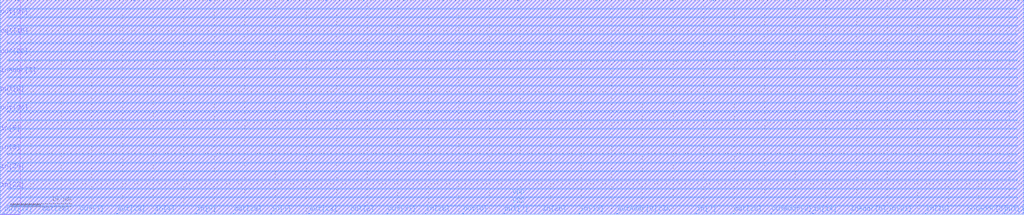
<source format=lef>
VERSION 5.8 ;
BUSBITCHARS "[]" ;
DIVIDERCHAR "/" ;
UNITS
    DATABASE MICRONS 2000 ;
END UNITS

MACRO memMod_dist_3
  FOREIGN memMod_dist_3 0 0 ;
  CLASS BLOCK ;
  SIZE 167.335 BY 35.065 ;
  PIN VSS
    USE GROUND ;
    DIRECTION INOUT ;
    PORT
      LAYER metal4 ;
        RECT  1.14 32.115 166.25 32.285 ;
        RECT  1.14 29.315 166.25 29.485 ;
        RECT  1.14 26.515 166.25 26.685 ;
        RECT  1.14 23.715 166.25 23.885 ;
        RECT  1.14 20.915 166.25 21.085 ;
        RECT  1.14 18.115 166.25 18.285 ;
        RECT  1.14 15.315 166.25 15.485 ;
        RECT  1.14 12.515 166.25 12.685 ;
        RECT  1.14 9.715 166.25 9.885 ;
        RECT  1.14 6.915 166.25 7.085 ;
        RECT  1.14 4.115 166.25 4.285 ;
        RECT  1.14 1.315 166.25 1.485 ;
    END
  END VSS
  PIN VDD
    USE POWER ;
    DIRECTION INOUT ;
    PORT
      LAYER metal4 ;
        RECT  1.14 33.515 166.25 33.685 ;
        RECT  1.14 30.715 166.25 30.885 ;
        RECT  1.14 27.915 166.25 28.085 ;
        RECT  1.14 25.115 166.25 25.285 ;
        RECT  1.14 22.315 166.25 22.485 ;
        RECT  1.14 19.515 166.25 19.685 ;
        RECT  1.14 16.715 166.25 16.885 ;
        RECT  1.14 13.915 166.25 14.085 ;
        RECT  1.14 11.115 166.25 11.285 ;
        RECT  1.14 8.315 166.25 8.485 ;
        RECT  1.14 5.515 166.25 5.685 ;
        RECT  1.14 2.715 166.25 2.885 ;
    END
  END VDD
  PIN clk
    DIRECTION INPUT ;
    USE SIGNAL ;
    PORT
      LAYER metal4 ;
        RECT  107.545 0 107.685 0.14 ;
    END
  END clk
  PIN inAddr[0]
    DIRECTION INPUT ;
    USE SIGNAL ;
    PORT
      LAYER metal4 ;
        RECT  138.905 0 139.045 0.14 ;
    END
  END inAddr[0]
  PIN inAddr[1]
    DIRECTION INPUT ;
    USE SIGNAL ;
    PORT
      LAYER metal3 ;
        RECT  167.265 12.075 167.335 12.145 ;
    END
  END inAddr[1]
  PIN inAddr[2]
    DIRECTION INPUT ;
    USE SIGNAL ;
    PORT
      LAYER metal4 ;
        RECT  15.705 34.925 15.845 35.065 ;
    END
  END inAddr[2]
  PIN inAddr[3]
    DIRECTION INPUT ;
    USE SIGNAL ;
    PORT
      LAYER metal3 ;
        RECT  0 22.715 0.07 22.785 ;
    END
  END inAddr[3]
  PIN in[0]
    DIRECTION INPUT ;
    USE SIGNAL ;
    PORT
      LAYER metal4 ;
        RECT  31.945 0 32.085 0.14 ;
    END
  END in[0]
  PIN in[10]
    DIRECTION INPUT ;
    USE SIGNAL ;
    PORT
      LAYER metal4 ;
        RECT  134.985 34.925 135.125 35.065 ;
    END
  END in[10]
  PIN in[11]
    DIRECTION INPUT ;
    USE SIGNAL ;
    PORT
      LAYER metal4 ;
        RECT  166.345 34.925 166.485 35.065 ;
    END
  END in[11]
  PIN in[12]
    DIRECTION INPUT ;
    USE SIGNAL ;
    PORT
      LAYER metal4 ;
        RECT  2.825 34.925 2.965 35.065 ;
    END
  END in[12]
  PIN in[13]
    DIRECTION INPUT ;
    USE SIGNAL ;
    PORT
      LAYER metal4 ;
        RECT  94.665 0 94.805 0.14 ;
    END
  END in[13]
  PIN in[14]
    DIRECTION INPUT ;
    USE SIGNAL ;
    PORT
      LAYER metal4 ;
        RECT  132.745 0 132.885 0.14 ;
    END
  END in[14]
  PIN in[15]
    DIRECTION INPUT ;
    USE SIGNAL ;
    PORT
      LAYER metal4 ;
        RECT  151.225 0 151.365 0.14 ;
    END
  END in[15]
  PIN in[16]
    DIRECTION INPUT ;
    USE SIGNAL ;
    PORT
      LAYER metal3 ;
        RECT  167.265 18.235 167.335 18.305 ;
    END
  END in[16]
  PIN in[17]
    DIRECTION INPUT ;
    USE SIGNAL ;
    PORT
      LAYER metal3 ;
        RECT  167.265 21.595 167.335 21.665 ;
    END
  END in[17]
  PIN in[18]
    DIRECTION INPUT ;
    USE SIGNAL ;
    PORT
      LAYER metal4 ;
        RECT  91.305 34.925 91.445 35.065 ;
    END
  END in[18]
  PIN in[19]
    DIRECTION INPUT ;
    USE SIGNAL ;
    PORT
      LAYER metal4 ;
        RECT  28.025 34.925 28.165 35.065 ;
    END
  END in[19]
  PIN in[1]
    DIRECTION INPUT ;
    USE SIGNAL ;
    PORT
      LAYER metal4 ;
        RECT  44.265 0 44.405 0.14 ;
    END
  END in[1]
  PIN in[20]
    DIRECTION INPUT ;
    USE SIGNAL ;
    PORT
      LAYER metal3 ;
        RECT  0 7.035 0.07 7.105 ;
    END
  END in[20]
  PIN in[21]
    DIRECTION INPUT ;
    USE SIGNAL ;
    PORT
      LAYER metal4 ;
        RECT  145.065 0 145.205 0.14 ;
    END
  END in[21]
  PIN in[22]
    DIRECTION INPUT ;
    USE SIGNAL ;
    PORT
      LAYER metal3 ;
        RECT  0 3.955 0.07 4.025 ;
    END
  END in[22]
  PIN in[23]
    DIRECTION INPUT ;
    USE SIGNAL ;
    PORT
      LAYER metal3 ;
        RECT  167.265 8.995 167.335 9.065 ;
    END
  END in[23]
  PIN in[24]
    DIRECTION INPUT ;
    USE SIGNAL ;
    PORT
      LAYER metal3 ;
        RECT  167.265 15.155 167.335 15.225 ;
    END
  END in[24]
  PIN in[25]
    DIRECTION INPUT ;
    USE SIGNAL ;
    PORT
      LAYER metal4 ;
        RECT  88.505 0 88.645 0.14 ;
    END
  END in[25]
  PIN in[26]
    DIRECTION INPUT ;
    USE SIGNAL ;
    PORT
      LAYER metal4 ;
        RECT  40.905 34.925 41.045 35.065 ;
    END
  END in[26]
  PIN in[27]
    DIRECTION INPUT ;
    USE SIGNAL ;
    PORT
      LAYER metal4 ;
        RECT  72.265 34.925 72.405 35.065 ;
    END
  END in[27]
  PIN in[28]
    DIRECTION INPUT ;
    USE SIGNAL ;
    PORT
      LAYER metal4 ;
        RECT  69.465 0 69.605 0.14 ;
    END
  END in[28]
  PIN in[29]
    DIRECTION INPUT ;
    USE SIGNAL ;
    PORT
      LAYER metal4 ;
        RECT  8.985 34.925 9.125 35.065 ;
    END
  END in[29]
  PIN in[2]
    DIRECTION INPUT ;
    USE SIGNAL ;
    PORT
      LAYER metal4 ;
        RECT  59.385 34.925 59.525 35.065 ;
    END
  END in[2]
  PIN in[30]
    DIRECTION INPUT ;
    USE SIGNAL ;
    PORT
      LAYER metal4 ;
        RECT  21.865 34.925 22.005 35.065 ;
    END
  END in[30]
  PIN in[31]
    DIRECTION INPUT ;
    USE SIGNAL ;
    PORT
      LAYER metal4 ;
        RECT  128.825 34.925 128.965 35.065 ;
    END
  END in[31]
  PIN in[3]
    DIRECTION INPUT ;
    USE SIGNAL ;
    PORT
      LAYER metal3 ;
        RECT  0 10.115 0.07 10.185 ;
    END
  END in[3]
  PIN in[4]
    DIRECTION INPUT ;
    USE SIGNAL ;
    PORT
      LAYER metal4 ;
        RECT  25.225 0 25.365 0.14 ;
    END
  END in[4]
  PIN in[5]
    DIRECTION INPUT ;
    USE SIGNAL ;
    PORT
      LAYER metal3 ;
        RECT  0 13.195 0.07 13.265 ;
    END
  END in[5]
  PIN in[6]
    DIRECTION INPUT ;
    USE SIGNAL ;
    PORT
      LAYER metal4 ;
        RECT  53.225 34.925 53.365 35.065 ;
    END
  END in[6]
  PIN in[7]
    DIRECTION INPUT ;
    USE SIGNAL ;
    PORT
      LAYER metal4 ;
        RECT  113.705 0 113.845 0.14 ;
    END
  END in[7]
  PIN in[8]
    DIRECTION INPUT ;
    USE SIGNAL ;
    PORT
      LAYER metal4 ;
        RECT  103.625 34.925 103.765 35.065 ;
    END
  END in[8]
  PIN in[9]
    DIRECTION INPUT ;
    USE SIGNAL ;
    PORT
      LAYER metal4 ;
        RECT  160.185 34.925 160.325 35.065 ;
    END
  END in[9]
  PIN outAddr[0]
    DIRECTION INPUT ;
    USE SIGNAL ;
    PORT
      LAYER metal4 ;
        RECT  100.825 0 100.965 0.14 ;
    END
  END outAddr[0]
  PIN outAddr[1]
    DIRECTION INPUT ;
    USE SIGNAL ;
    PORT
      LAYER metal4 ;
        RECT  109.785 34.925 109.925 35.065 ;
    END
  END outAddr[1]
  PIN outAddr[2]
    DIRECTION INPUT ;
    USE SIGNAL ;
    PORT
      LAYER metal4 ;
        RECT  126.025 0 126.165 0.14 ;
    END
  END outAddr[2]
  PIN outAddr[3]
    DIRECTION INPUT ;
    USE SIGNAL ;
    PORT
      LAYER metal4 ;
        RECT  157.945 0 158.085 0.14 ;
    END
  END outAddr[3]
  PIN out[0]
    DIRECTION OUTPUT ;
    USE SIGNAL ;
    PORT
      LAYER metal4 ;
        RECT  75.625 0 75.765 0.14 ;
    END
  END out[0]
  PIN out[10]
    DIRECTION OUTPUT ;
    USE SIGNAL ;
    PORT
      LAYER metal4 ;
        RECT  164.105 0 164.245 0.14 ;
    END
  END out[10]
  PIN out[11]
    DIRECTION OUTPUT ;
    USE SIGNAL ;
    PORT
      LAYER metal4 ;
        RECT  97.465 34.925 97.605 35.065 ;
    END
  END out[11]
  PIN out[12]
    DIRECTION OUTPUT ;
    USE SIGNAL ;
    PORT
      LAYER metal4 ;
        RECT  122.665 34.925 122.805 35.065 ;
    END
  END out[12]
  PIN out[13]
    DIRECTION OUTPUT ;
    USE SIGNAL ;
    PORT
      LAYER metal4 ;
        RECT  47.065 34.925 47.205 35.065 ;
    END
  END out[13]
  PIN out[14]
    DIRECTION OUTPUT ;
    USE SIGNAL ;
    PORT
      LAYER metal4 ;
        RECT  0.585 0 0.725 0.14 ;
    END
  END out[14]
  PIN out[15]
    DIRECTION OUTPUT ;
    USE SIGNAL ;
    PORT
      LAYER metal3 ;
        RECT  0 29.155 0.07 29.225 ;
    END
  END out[15]
  PIN out[16]
    DIRECTION OUTPUT ;
    USE SIGNAL ;
    PORT
      LAYER metal4 ;
        RECT  116.505 34.925 116.645 35.065 ;
    END
  END out[16]
  PIN out[17]
    DIRECTION OUTPUT ;
    USE SIGNAL ;
    PORT
      LAYER metal4 ;
        RECT  141.705 34.925 141.845 35.065 ;
    END
  END out[17]
  PIN out[18]
    DIRECTION OUTPUT ;
    USE SIGNAL ;
    PORT
      LAYER metal3 ;
        RECT  167.265 30.835 167.335 30.905 ;
    END
  END out[18]
  PIN out[19]
    DIRECTION OUTPUT ;
    USE SIGNAL ;
    PORT
      LAYER metal4 ;
        RECT  84.585 34.925 84.725 35.065 ;
    END
  END out[19]
  PIN out[1]
    DIRECTION OUTPUT ;
    USE SIGNAL ;
    PORT
      LAYER metal4 ;
        RECT  12.905 0 13.045 0.14 ;
    END
  END out[1]
  PIN out[20]
    DIRECTION OUTPUT ;
    USE SIGNAL ;
    PORT
      LAYER metal4 ;
        RECT  6.745 0 6.885 0.14 ;
    END
  END out[20]
  PIN out[21]
    DIRECTION OUTPUT ;
    USE SIGNAL ;
    PORT
      LAYER metal3 ;
        RECT  167.265 27.755 167.335 27.825 ;
    END
  END out[21]
  PIN out[22]
    DIRECTION OUTPUT ;
    USE SIGNAL ;
    PORT
      LAYER metal3 ;
        RECT  0 25.795 0.07 25.865 ;
    END
  END out[22]
  PIN out[23]
    DIRECTION OUTPUT ;
    USE SIGNAL ;
    PORT
      LAYER metal4 ;
        RECT  50.425 0 50.565 0.14 ;
    END
  END out[23]
  PIN out[24]
    DIRECTION OUTPUT ;
    USE SIGNAL ;
    PORT
      LAYER metal3 ;
        RECT  167.265 24.675 167.335 24.745 ;
    END
  END out[24]
  PIN out[25]
    DIRECTION OUTPUT ;
    USE SIGNAL ;
    PORT
      LAYER metal4 ;
        RECT  119.865 0 120.005 0.14 ;
    END
  END out[25]
  PIN out[26]
    DIRECTION OUTPUT ;
    USE SIGNAL ;
    PORT
      LAYER metal3 ;
        RECT  0 16.555 0.07 16.625 ;
    END
  END out[26]
  PIN out[27]
    DIRECTION OUTPUT ;
    USE SIGNAL ;
    PORT
      LAYER metal3 ;
        RECT  0 32.235 0.07 32.305 ;
    END
  END out[27]
  PIN out[28]
    DIRECTION OUTPUT ;
    USE SIGNAL ;
    PORT
      LAYER metal4 ;
        RECT  19.065 0 19.205 0.14 ;
    END
  END out[28]
  PIN out[29]
    DIRECTION OUTPUT ;
    USE SIGNAL ;
    PORT
      LAYER metal4 ;
        RECT  38.105 0 38.245 0.14 ;
    END
  END out[29]
  PIN out[2]
    DIRECTION OUTPUT ;
    USE SIGNAL ;
    PORT
      LAYER metal4 ;
        RECT  57.145 0 57.285 0.14 ;
    END
  END out[2]
  PIN out[30]
    DIRECTION OUTPUT ;
    USE SIGNAL ;
    PORT
      LAYER metal3 ;
        RECT  167.265 5.635 167.335 5.705 ;
    END
  END out[30]
  PIN out[31]
    DIRECTION OUTPUT ;
    USE SIGNAL ;
    PORT
      LAYER metal4 ;
        RECT  63.305 0 63.445 0.14 ;
    END
  END out[31]
  PIN out[3]
    DIRECTION OUTPUT ;
    USE SIGNAL ;
    PORT
      LAYER metal4 ;
        RECT  154.025 34.925 154.165 35.065 ;
    END
  END out[3]
  PIN out[4]
    DIRECTION OUTPUT ;
    USE SIGNAL ;
    PORT
      LAYER metal4 ;
        RECT  147.865 34.925 148.005 35.065 ;
    END
  END out[4]
  PIN out[5]
    DIRECTION OUTPUT ;
    USE SIGNAL ;
    PORT
      LAYER metal4 ;
        RECT  66.105 34.925 66.245 35.065 ;
    END
  END out[5]
  PIN out[6]
    DIRECTION OUTPUT ;
    USE SIGNAL ;
    PORT
      LAYER metal4 ;
        RECT  78.425 34.925 78.565 35.065 ;
    END
  END out[6]
  PIN out[7]
    DIRECTION OUTPUT ;
    USE SIGNAL ;
    PORT
      LAYER metal4 ;
        RECT  82.345 0 82.485 0.14 ;
    END
  END out[7]
  PIN out[8]
    DIRECTION OUTPUT ;
    USE SIGNAL ;
    PORT
      LAYER metal3 ;
        RECT  0 19.635 0.07 19.705 ;
    END
  END out[8]
  PIN out[9]
    DIRECTION OUTPUT ;
    USE SIGNAL ;
    PORT
      LAYER metal4 ;
        RECT  34.185 34.925 34.325 35.065 ;
    END
  END out[9]
  PIN writeSel
    DIRECTION INPUT ;
    USE SIGNAL ;
    PORT
      LAYER metal3 ;
        RECT  167.265 2.555 167.335 2.625 ;
    END
  END writeSel
  OBS
    LAYER metal1 ;
     RECT  0 -0.085 3.23 35.065 ;
     RECT  3.23 0 167.335 35.065 ;
    LAYER metal2 ;
     RECT  0 0 167.335 35.065 ;
    LAYER metal3 ;
     RECT  0 0 167.335 35.065 ;
    LAYER metal4 ;
     RECT  0 0 167.335 35.065 ;
  END
END memMod_dist_3
END LIBRARY

</source>
